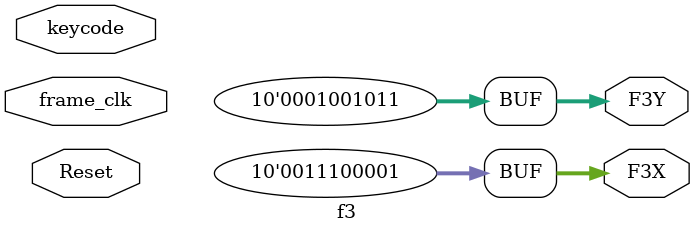
<source format=sv>


module  f3 ( input Reset, frame_clk, input [7:0] keycode,
               output [9:0]  F3X, F3Y);
    
       
    assign F3X = 225;
   
    assign F3Y = 75;
    

endmodule

</source>
